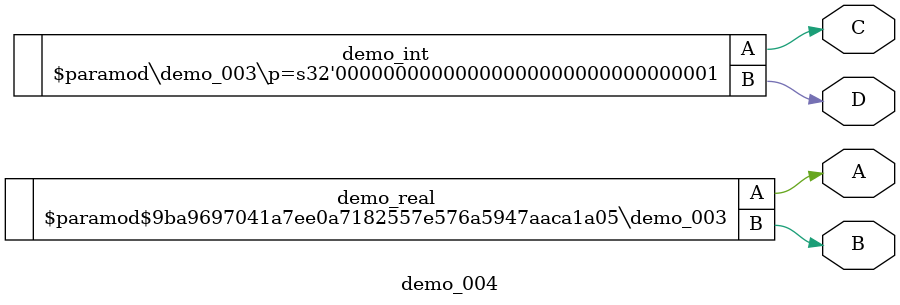
<source format=v>
module demo_001(y1, y2, y3, y4);
	output [7:0] y1, y2, y3, y4;

	localparam [7:0] p1 = 123.45;
	localparam real p2 = 123.45;
	localparam real p3 = 123;
	localparam p4 = 123.45;

	assign y1 = p1 + 0.2;
	assign y2 = p2 + 0.2;
	assign y3 = p3 + 0.2;
	assign y4 = p4 + 0.2;
endmodule

module demo_002(y0, y1, y2, y3);
	output [63:0] y0, y1, y2, y3;

	assign y0 = 1'bx >= (-1 * -1.17);
	assign y1 = 1 ?  1 ?  -1 : 'd0 : 0.0;
	assign y2 = 1 ? -1 :   1 ? 'd0 : 0.0;
	assign y3 = 1 ? -1 : 'd0;
endmodule

module demo_003(output A, B);
	parameter real p = 0;
	assign A = (p==1.0);
	assign B = (p!="1.000000");
endmodule

module demo_004(output A, B, C, D);
	demo_003 #(1.0) demo_real (A, B);
	demo_003 #(1) demo_int (C, D);
endmodule

</source>
